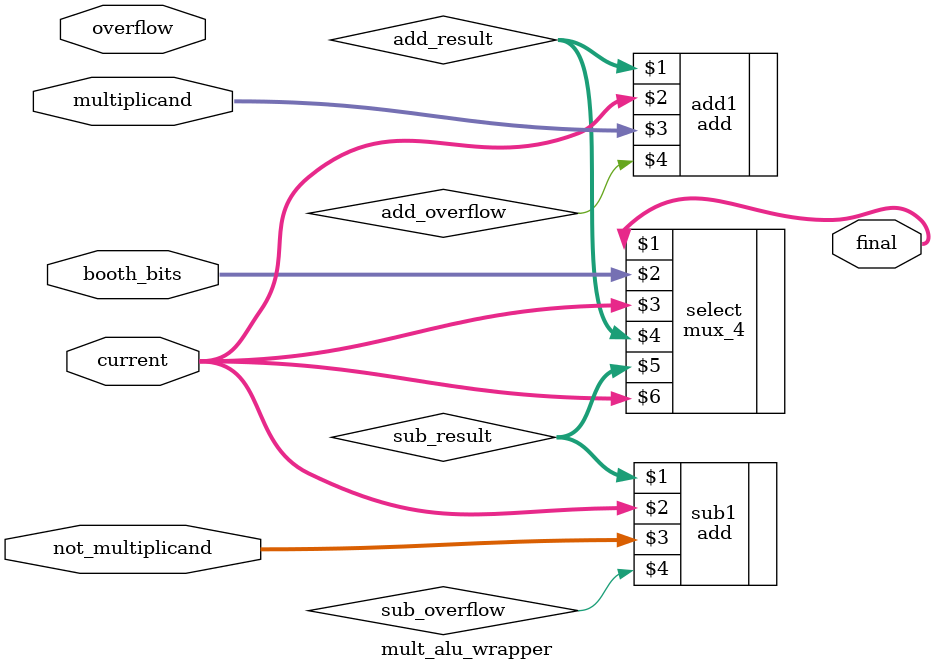
<source format=v>
module mult_alu_wrapper(final, overflow, current, multiplicand, not_multiplicand, booth_bits);

    input [31:0] current, multiplicand, not_multiplicand;
    input [1:0] booth_bits;
    input overflow;
    output [31:0] final;


    wire [31:0] add_result, sub_result;
    wire add_overflow, sub_overflow;

    add add1(add_result, current, multiplicand, add_overflow);
    add sub1(sub_result, current, not_multiplicand, sub_overflow);

    // check what the result should be
    mux_4 select(final, booth_bits, current, add_result, sub_result, current);
endmodule


</source>
